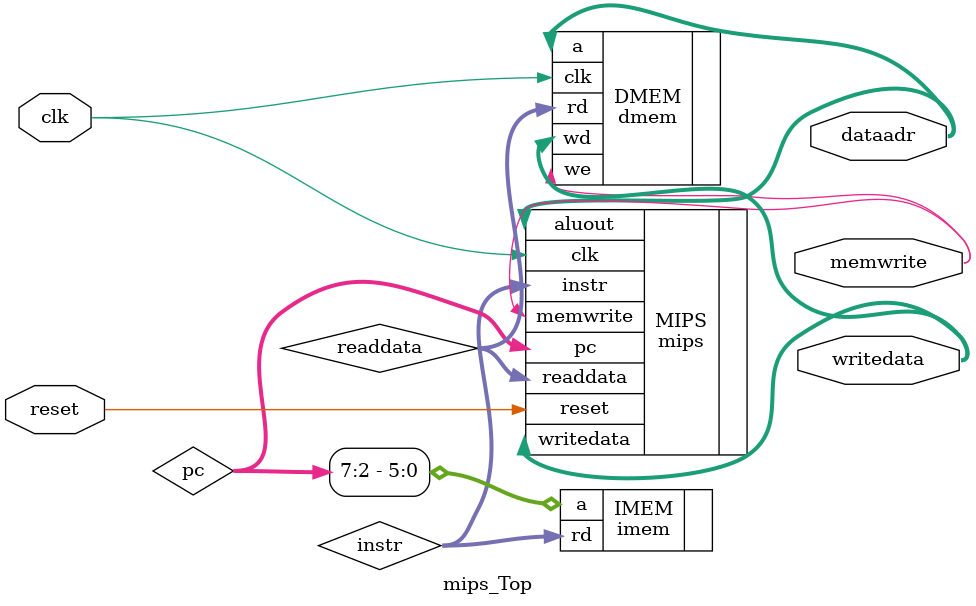
<source format=sv>
`timescale 1ns / 1ps

module mips_Top(
    input   logic           clk, reset, 
    output  logic [31:0]    writedata, dataadr,
    output  logic           memwrite
    );
    
    logic [31:0] pc, instr, readdata;
    
    //instantiate processor and memories
    mips MIPS(.clk(clk), .reset(reset), .pc(pc), .instr(instr), .memwrite(memwrite), 
                .aluout(dataadr), .writedata(writedata), .readdata(readdata));
    imem IMEM(.a(pc[7:2]), .rd(instr));
    dmem DMEM(.clk(clk), .we(memwrite), .a(dataadr), .wd(writedata), .rd(readdata)); 
    
endmodule

</source>
